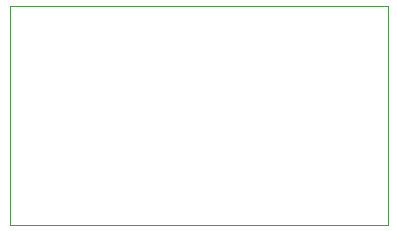
<source format=gbr>
G04 #@! TF.GenerationSoftware,KiCad,Pcbnew,5.1.6*
G04 #@! TF.CreationDate,2020-08-02T20:42:37+02:00*
G04 #@! TF.ProjectId,little_gem,6c697474-6c65-45f6-9765-6d2e6b696361,rev?*
G04 #@! TF.SameCoordinates,Original*
G04 #@! TF.FileFunction,Profile,NP*
%FSLAX46Y46*%
G04 Gerber Fmt 4.6, Leading zero omitted, Abs format (unit mm)*
G04 Created by KiCad (PCBNEW 5.1.6) date 2020-08-02 20:42:37*
%MOMM*%
%LPD*%
G01*
G04 APERTURE LIST*
G04 #@! TA.AperFunction,Profile*
%ADD10C,0.050000*%
G04 #@! TD*
G04 APERTURE END LIST*
D10*
X164000000Y-115000000D02*
X164000000Y-96400000D01*
X132000000Y-115000000D02*
X164000000Y-115000000D01*
X132000000Y-96400000D02*
X132000000Y-115000000D01*
X164000000Y-96400000D02*
X132000000Y-96400000D01*
M02*

</source>
